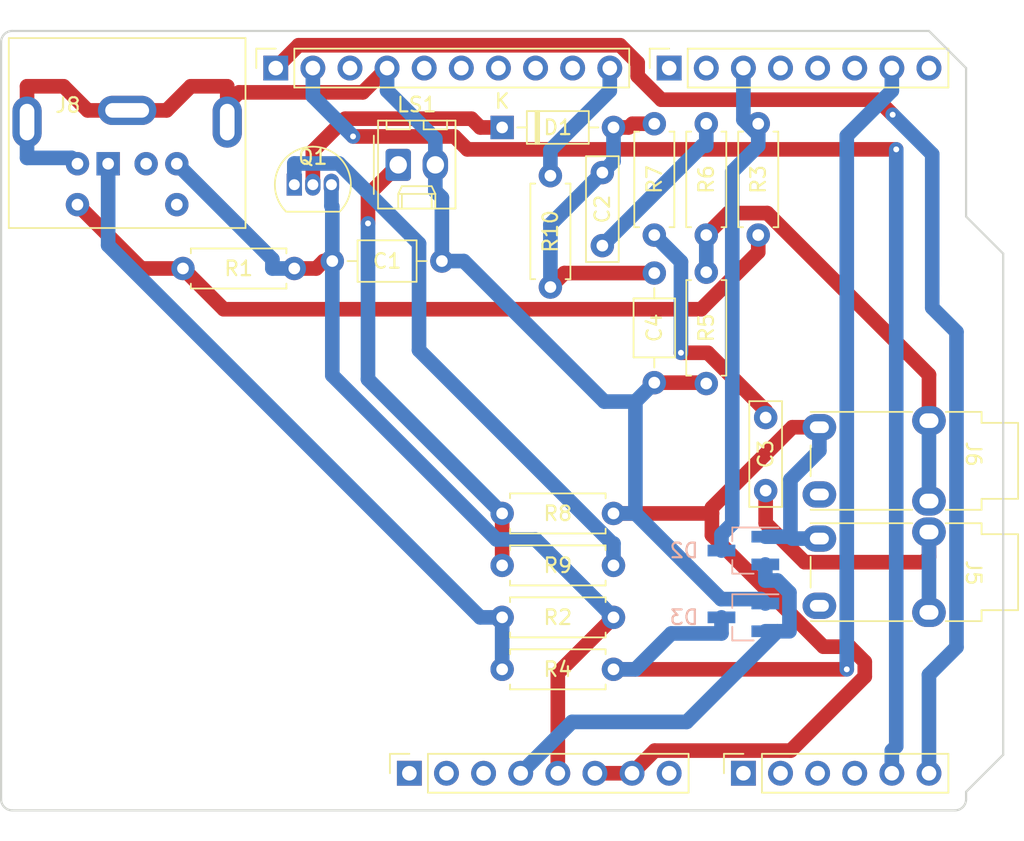
<source format=kicad_pcb>
(kicad_pcb (version 20211014) (generator pcbnew)
  (title_block (date "mar. 31 mars 2015"))
  (layers (0 "F.Cu" signal) (31 "B.Cu" signal) (34 "B.Paste" user) (35 "F.Paste" user) (36 "B.SilkS" user "B.Silkscreen") (37 "F.SilkS" user "F.Silkscreen") (38 "B.Mask" user) (39 "F.Mask" user) (44 "Edge.Cuts" user))
  (net 0 "")
  (net 1 "GND")
  (net 3 "+5V")
  (net 4 "/IOREF")
  (net 5 "/A0")
  (net 6 "/A1")
  (net 7 "/A2")
  (net 8 "/A3")
  (net 9 "/SDA{slash}A4")
  (net 10 "/SCL{slash}A5")
  (net 11 "/13")
  (net 12 "/12")
  (net 13 "/AREF")
  (net 14 "Net-(C2-Pad1)")
  (net 15 "/7")
  (net 16 "/*11")
  (net 17 "/*10")
  (net 18 "/*9")
  (net 19 "/4")
  (net 20 "/2")
  (net 21 "/*6")
  (net 22 "/*5")
  (net 23 "/TX{slash}1")
  (net 24 "/*3")
  (net 25 "/RX{slash}0")
  (net 26 "+3V3")
  (net 27 "VCC")
  (net 28 "/~{RESET}")
  (net 29 "MIC{slash}TAPE")
  (net 30 "Net-(C2-Pad2)")
  (net 31 "Net-(C3-Pad2)")
  (net 32 "Net-(D1-Pad1)")
  (net 33 "Net-(J6-PadT)")
  (net 34 "Net-(J8-Pad1)")
  (net 36 "Net-(J8-Pad5)")
  (net 38 "Net-(LS1-Pad1)")
  (net 39 "Net-(C3-Pad1)")
  (net 40 "Net-(Q1-Pad1)")
  (footprint "Connector_PinSocket_2.54mm:PinSocket_1x08_P2.54mm_Vertical" (layer "F.Cu") (at 127.94 97.46 90)
    (fp_text reference "J1" hide)
    (fp_text value "Power")
    (fp_line (start -1.33 19.11) (end 1.33 19.11) (layer "F.SilkS") (width 0.12))
    (fp_line (start 1.33 1.27) (end 1.33 19.11) (layer "F.SilkS") (width 0.12))
    (fp_line (start -1.33 1.27) (end 1.33 1.27) (layer "F.SilkS") (width 0.12))
    (fp_line (start 0 -1.33) (end 1.33 -1.33) (layer "F.SilkS") (width 0.12))
    (fp_line (start 1.33 -1.33) (end 1.33 0) (layer "F.SilkS") (width 0.12))
    (fp_line (start -1.33 1.27) (end -1.33 19.11) (layer "F.SilkS") (width 0.12))
    (pad "1" thru_hole rect locked (at 0 0 90) (size 1.7 1.7) (drill 1) (layers *.Cu *.Mask))
    (pad "2" thru_hole oval locked (at 0 2.54 90) (size 1.7 1.7) (drill 1) (layers *.Cu *.Mask) (net 4 "/IOREF"))
    (pad "3" thru_hole oval locked (at 0 5.08 90) (size 1.7 1.7) (drill 1) (layers *.Cu *.Mask) (net 28 "/~{RESET}"))
    (pad "4" thru_hole oval locked (at 0 7.62 90) (size 1.7 1.7) (drill 1) (layers *.Cu *.Mask) (net 26 "+3V3"))
    (pad "5" thru_hole oval locked (at 0 10.16 90) (size 1.7 1.7) (drill 1) (layers *.Cu *.Mask) (net 3 "+5V"))
    (pad "6" thru_hole oval locked (at 0 12.7 90) (size 1.7 1.7) (drill 1) (layers *.Cu *.Mask) (net 1 "GND"))
    (pad "7" thru_hole oval locked (at 0 15.24 90) (size 1.7 1.7) (drill 1) (layers *.Cu *.Mask) (net 1 "GND"))
    (pad "8" thru_hole oval locked (at 0 17.78 90) (size 1.7 1.7) (drill 1) (layers *.Cu *.Mask) (net 27 "VCC"))
  )
  (footprint "Connector_PinSocket_2.54mm:PinSocket_1x06_P2.54mm_Vertical" (layer "F.Cu") (at 150.8 97.46 90)
    (fp_text reference "J3" hide)
    (fp_text value "Analog")
    (fp_line (start 1.33 1.27) (end 1.33 14.03) (layer "F.SilkS") (width 0.12))
    (fp_line (start 0 -1.33) (end 1.33 -1.33) (layer "F.SilkS") (width 0.12))
    (fp_line (start -1.33 1.27) (end 1.33 1.27) (layer "F.SilkS") (width 0.12))
    (fp_line (start -1.33 1.27) (end -1.33 14.03) (layer "F.SilkS") (width 0.12))
    (fp_line (start -1.33 14.03) (end 1.33 14.03) (layer "F.SilkS") (width 0.12))
    (fp_line (start 1.33 -1.33) (end 1.33 0) (layer "F.SilkS") (width 0.12))
    (pad "1" thru_hole rect locked (at 0 0 90) (size 1.7 1.7) (drill 1) (layers *.Cu *.Mask) (net 5 "/A0"))
    (pad "2" thru_hole oval locked (at 0 2.54 90) (size 1.7 1.7) (drill 1) (layers *.Cu *.Mask) (net 6 "/A1"))
    (pad "3" thru_hole oval locked (at 0 5.08 90) (size 1.7 1.7) (drill 1) (layers *.Cu *.Mask) (net 7 "/A2"))
    (pad "4" thru_hole oval locked (at 0 7.62 90) (size 1.7 1.7) (drill 1) (layers *.Cu *.Mask) (net 8 "/A3"))
    (pad "5" thru_hole oval locked (at 0 10.16 90) (size 1.7 1.7) (drill 1) (layers *.Cu *.Mask) (net 9 "/SDA{slash}A4"))
    (pad "6" thru_hole oval locked (at 0 12.7 90) (size 1.7 1.7) (drill 1) (layers *.Cu *.Mask) (net 10 "/SCL{slash}A5"))
  )
  (footprint "Connector_PinSocket_2.54mm:PinSocket_1x10_P2.54mm_Vertical" (layer "F.Cu") (at 118.796 49.2 90)
    (fp_text reference "J2" hide)
    (fp_text value "Digital/PWM")
    (fp_line (start -1.33 24.19) (end 1.33 24.19) (layer "F.SilkS") (width 0.12))
    (fp_line (start -1.33 1.27) (end -1.33 24.19) (layer "F.SilkS") (width 0.12))
    (fp_line (start 1.33 -1.33) (end 1.33 0) (layer "F.SilkS") (width 0.12))
    (fp_line (start 0 -1.33) (end 1.33 -1.33) (layer "F.SilkS") (width 0.12))
    (fp_line (start 1.33 1.27) (end 1.33 24.19) (layer "F.SilkS") (width 0.12))
    (fp_line (start -1.33 1.27) (end 1.33 1.27) (layer "F.SilkS") (width 0.12))
    (pad "1" thru_hole rect locked (at 0 0 90) (size 1.7 1.7) (drill 1) (layers *.Cu *.Mask) (net 10 "/SCL{slash}A5"))
    (pad "2" thru_hole oval locked (at 0 2.54 90) (size 1.7 1.7) (drill 1) (layers *.Cu *.Mask) (net 9 "/SDA{slash}A4"))
    (pad "3" thru_hole oval locked (at 0 5.08 90) (size 1.7 1.7) (drill 1) (layers *.Cu *.Mask) (net 13 "/AREF"))
    (pad "4" thru_hole oval locked (at 0 7.62 90) (size 1.7 1.7) (drill 1) (layers *.Cu *.Mask) (net 1 "GND"))
    (pad "5" thru_hole oval locked (at 0 10.16 90) (size 1.7 1.7) (drill 1) (layers *.Cu *.Mask) (net 11 "/13"))
    (pad "6" thru_hole oval locked (at 0 12.7 90) (size 1.7 1.7) (drill 1) (layers *.Cu *.Mask) (net 12 "/12"))
    (pad "7" thru_hole oval locked (at 0 15.24 90) (size 1.7 1.7) (drill 1) (layers *.Cu *.Mask) (net 16 "/*11"))
    (pad "8" thru_hole oval locked (at 0 17.78 90) (size 1.7 1.7) (drill 1) (layers *.Cu *.Mask) (net 17 "/*10"))
    (pad "9" thru_hole oval locked (at 0 20.32 90) (size 1.7 1.7) (drill 1) (layers *.Cu *.Mask) (net 18 "/*9"))
    (pad "10" thru_hole oval locked (at 0 22.86 90) (size 1.7 1.7) (drill 1) (layers *.Cu *.Mask) (net 29 "MIC{slash}TAPE"))
  )
  (footprint "Connector_PinSocket_2.54mm:PinSocket_1x08_P2.54mm_Vertical" (layer "F.Cu") (at 145.72 49.2 90)
    (fp_text reference "J4" hide)
    (fp_text value "Digital/PWM")
    (fp_line (start -1.33 19.11) (end 1.33 19.11) (layer "F.SilkS") (width 0.12))
    (fp_line (start -1.33 1.27) (end -1.33 19.11) (layer "F.SilkS") (width 0.12))
    (fp_line (start 0 -1.33) (end 1.33 -1.33) (layer "F.SilkS") (width 0.12))
    (fp_line (start -1.33 1.27) (end 1.33 1.27) (layer "F.SilkS") (width 0.12))
    (fp_line (start 1.33 -1.33) (end 1.33 0) (layer "F.SilkS") (width 0.12))
    (fp_line (start 1.33 1.27) (end 1.33 19.11) (layer "F.SilkS") (width 0.12))
    (pad "1" thru_hole rect locked (at 0 0 90) (size 1.7 1.7) (drill 1) (layers *.Cu *.Mask) (net 15 "/7"))
    (pad "2" thru_hole oval locked (at 0 2.54 90) (size 1.7 1.7) (drill 1) (layers *.Cu *.Mask) (net 21 "/*6"))
    (pad "3" thru_hole oval locked (at 0 5.08 90) (size 1.7 1.7) (drill 1) (layers *.Cu *.Mask) (net 22 "/*5"))
    (pad "4" thru_hole oval locked (at 0 7.62 90) (size 1.7 1.7) (drill 1) (layers *.Cu *.Mask) (net 19 "/4"))
    (pad "5" thru_hole oval locked (at 0 10.16 90) (size 1.7 1.7) (drill 1) (layers *.Cu *.Mask) (net 24 "/*3"))
    (pad "6" thru_hole oval locked (at 0 12.7 90) (size 1.7 1.7) (drill 1) (layers *.Cu *.Mask) (net 20 "/2"))
    (pad "7" thru_hole oval locked (at 0 15.24 90) (size 1.7 1.7) (drill 1) (layers *.Cu *.Mask) (net 23 "/TX{slash}1"))
    (pad "8" thru_hole oval locked (at 0 17.78 90) (size 1.7 1.7) (drill 1) (layers *.Cu *.Mask) (net 25 "/RX{slash}0"))
  )
  (footprint "Resistor_THT:R_Axial_DIN0207_L6.3mm_D2.5mm_P7.62mm_Horizontal" (layer "F.Cu") (at 112.446 62.916)
    (fp_text reference "R1" (at 3.81 0) (layer "F.SilkS"))
    (fp_text value "2K")
    (fp_line (start 0.54 1.04) (end 0.54 1.37) (layer "F.SilkS") (width 0.12))
    (fp_line (start 0.54 1.37) (end 7.08 1.37) (layer "F.SilkS") (width 0.12))
    (fp_line (start 0.54 -1.37) (end 7.08 -1.37) (layer "F.SilkS") (width 0.12))
    (fp_line (start 7.08 1.37) (end 7.08 1.04) (layer "F.SilkS") (width 0.12))
    (fp_line (start 7.08 -1.37) (end 7.08 -1.04) (layer "F.SilkS") (width 0.12))
    (fp_line (start 0.54 -1.04) (end 0.54 -1.37) (layer "F.SilkS") (width 0.12))
    (pad "1" thru_hole circle (at 0 0) (size 1.6 1.6) (drill 0.8) (layers *.Cu *.Mask) (net 36 "Net-(J8-Pad5)"))
    (pad "2" thru_hole oval (at 7.62 0) (size 1.6 1.6) (drill 0.8) (layers *.Cu *.Mask) (net 3 "+5V"))
  )
  (footprint "Connector_Molex:Molex_KK-254_AE-6410-02A_1x02_P2.54mm_Vertical" (layer "F.Cu") (at 127.178 55.824)
    (fp_text reference "LS1" (at 1.27 -4.12) (layer "F.SilkS"))
    (fp_text value "Speaker")
    (fp_line (start 0.8 -2.43) (end 0.8 -3.03) (layer "F.SilkS") (width 0.12))
    (fp_line (start 0.25 1.46) (end 2.29 1.46) (layer "F.SilkS") (width 0.12))
    (fp_line (start 2.54 1.99) (end 2.54 2.99) (layer "F.SilkS") (width 0.12))
    (fp_line (start 3.34 -2.43) (end 3.34 -3.03) (layer "F.SilkS") (width 0.12))
    (fp_line (start 3.92 -3.03) (end -1.38 -3.03) (layer "F.SilkS") (width 0.12))
    (fp_line (start 2.29 1.46) (end 2.54 1.99) (layer "F.SilkS") (width 0.12))
    (fp_line (start -1.38 -3.03) (end -1.38 2.99) (layer "F.SilkS") (width 0.12))
    (fp_line (start -0.8 -2.43) (end 0.8 -2.43) (layer "F.SilkS") (width 0.12))
    (fp_line (start -1.38 2.99) (end 3.92 2.99) (layer "F.SilkS") (width 0.12))
    (fp_line (start 0 1.99) (end 2.54 1.99) (layer "F.SilkS") (width 0.12))
    (fp_line (start 3.92 2.99) (end 3.92 -3.03) (layer "F.SilkS") (width 0.12))
    (fp_line (start 0 1.99) (end 0.25 1.46) (layer "F.SilkS") (width 0.12))
    (fp_line (start -0.8 -3.03) (end -0.8 -2.43) (layer "F.SilkS") (width 0.12))
    (fp_line (start 1.74 -3.03) (end 1.74 -2.43) (layer "F.SilkS") (width 0.12))
    (fp_line (start 0.25 2.99) (end 0.25 1.99) (layer "F.SilkS") (width 0.12))
    (fp_line (start -1.67 -2) (end -1.67 2) (layer "F.SilkS") (width 0.12))
    (fp_line (start 2.29 2.99) (end 2.29 1.99) (layer "F.SilkS") (width 0.12))
    (fp_line (start 1.74 -2.43) (end 3.34 -2.43) (layer "F.SilkS") (width 0.12))
    (fp_line (start 0 2.99) (end 0 1.99) (layer "F.SilkS") (width 0.12))
    (pad "1" thru_hole roundrect (at 0 0) (size 1.74 2.19) (drill 1.19) (layers *.Cu *.Mask) (roundrect_rratio 0.1436781609) (net 38 "Net-(LS1-Pad1)"))
    (pad "2" thru_hole oval (at 2.54 0) (size 1.74 2.19) (drill 1.19) (layers *.Cu *.Mask) (net 1 "GND"))
  )
  (footprint "Resistor_THT:R_Axial_DIN0207_L6.3mm_D2.5mm_P7.62mm_Horizontal" (layer "F.Cu") (at 134.29 90.348)
    (fp_text reference "R4" (at 3.81 0) (layer "F.SilkS"))
    (fp_text value "120R")
    (fp_line (start 7.08 1.37) (end 7.08 1.04) (layer "F.SilkS") (width 0.12))
    (fp_line (start 0.54 -1.04) (end 0.54 -1.37) (layer "F.SilkS") (width 0.12))
    (fp_line (start 7.08 -1.37) (end 7.08 -1.04) (layer "F.SilkS") (width 0.12))
    (fp_line (start 0.54 1.04) (end 0.54 1.37) (layer "F.SilkS") (width 0.12))
    (fp_line (start 0.54 -1.37) (end 7.08 -1.37) (layer "F.SilkS") (width 0.12))
    (fp_line (start 0.54 1.37) (end 7.08 1.37) (layer "F.SilkS") (width 0.12))
    (pad "1" thru_hole circle (at 0 0) (size 1.6 1.6) (drill 0.8) (layers *.Cu *.Mask) (net 34 "Net-(J8-Pad1)"))
    (pad "2" thru_hole oval (at 7.62 0) (size 1.6 1.6) (drill 0.8) (layers *.Cu *.Mask) (net 23 "/TX{slash}1"))
  )
  (footprint "Resistor_THT:R_Axial_DIN0207_L6.3mm_D2.5mm_P7.62mm_Horizontal" (layer "F.Cu") (at 148.26 60.63 90)
    (fp_text reference "R6" (at 3.81 0 90) (layer "F.SilkS"))
    (fp_text value "680R")
    (fp_line (start 7.08 1.37) (end 7.08 1.04) (layer "F.SilkS") (width 0.12))
    (fp_line (start 0.54 1.04) (end 0.54 1.37) (layer "F.SilkS") (width 0.12))
    (fp_line (start 0.54 -1.04) (end 0.54 -1.37) (layer "F.SilkS") (width 0.12))
    (fp_line (start 0.54 1.37) (end 7.08 1.37) (layer "F.SilkS") (width 0.12))
    (fp_line (start 7.08 -1.37) (end 7.08 -1.04) (layer "F.SilkS") (width 0.12))
    (fp_line (start 0.54 -1.37) (end 7.08 -1.37) (layer "F.SilkS") (width 0.12))
    (pad "1" thru_hole circle (at 0 0 90) (size 1.6 1.6) (drill 0.8) (layers *.Cu *.Mask) (net 33 "Net-(J6-PadT)"))
    (pad "2" thru_hole oval (at 7.62 0 90) (size 1.6 1.6) (drill 0.8) (layers *.Cu *.Mask) (net 14 "Net-(C2-Pad1)"))
  )
  (footprint "Capacitor_THT:C_Axial_L3.8mm_D2.6mm_P7.50mm_Horizontal" (layer "F.Cu") (at 122.666 62.408)
    (fp_text reference "C1" (at 3.75 0) (layer "F.SilkS"))
    (fp_text value "0.1u")
    (fp_line (start 1.73 1.42) (end 5.77 1.42) (layer "F.SilkS") (width 0.12))
    (fp_line (start 1.73 -1.42) (end 1.73 1.42) (layer "F.SilkS") (width 0.12))
    (fp_line (start 5.77 -1.42) (end 1.73 -1.42) (layer "F.SilkS") (width 0.12))
    (fp_line (start 5.77 1.42) (end 5.77 -1.42) (layer "F.SilkS") (width 0.12))
    (fp_line (start 1.04 0) (end 1.73 0) (layer "F.SilkS") (width 0.12))
    (fp_line (start 6.46 0) (end 5.77 0) (layer "F.SilkS") (width 0.12))
    (pad "1" thru_hole circle (at 0 0) (size 1.6 1.6) (drill 0.8) (layers *.Cu *.Mask) (net 3 "+5V"))
    (pad "2" thru_hole oval (at 7.5 0) (size 1.6 1.6) (drill 0.8) (layers *.Cu *.Mask) (net 1 "GND"))
  )
  (footprint "Resistor_THT:R_Axial_DIN0207_L6.3mm_D2.5mm_P7.62mm_Horizontal" (layer "F.Cu") (at 134.29 83.236)
    (fp_text reference "R9" (at 3.81 0) (layer "F.SilkS"))
    (fp_text value "0R")
    (fp_line (start 0.54 1.04) (end 0.54 1.37) (layer "F.SilkS") (width 0.12))
    (fp_line (start 0.54 -1.04) (end 0.54 -1.37) (layer "F.SilkS") (width 0.12))
    (fp_line (start 0.54 -1.37) (end 7.08 -1.37) (layer "F.SilkS") (width 0.12))
    (fp_line (start 7.08 -1.37) (end 7.08 -1.04) (layer "F.SilkS") (width 0.12))
    (fp_line (start 0.54 1.37) (end 7.08 1.37) (layer "F.SilkS") (width 0.12))
    (fp_line (start 7.08 1.37) (end 7.08 1.04) (layer "F.SilkS") (width 0.12))
    (pad "1" thru_hole circle (at 0 0) (size 1.6 1.6) (drill 0.8) (layers *.Cu *.Mask) (net 38 "Net-(LS1-Pad1)"))
    (pad "2" thru_hole oval (at 7.62 0) (size 1.6 1.6) (drill 0.8) (layers *.Cu *.Mask) (net 40 "Net-(Q1-Pad1)"))
  )
  (footprint "Custom_Footprints:Connector_Mini-DIN_Female_6Pin_2rows" (layer "F.Cu") (at 107.326 55.747 180)
    (fp_text reference "J8" (at 2.754 4.007) (layer "F.SilkS"))
    (fp_text value "Mini-DIN-6")
    (fp_line (start -9.4 -4.4) (end -9.4 8.6) (layer "F.SilkS") (width 0.12))
    (fp_line (start -9.4 8.6) (end 6.8 8.6) (layer "F.SilkS") (width 0.12))
    (fp_line (start -9.4 -4.4) (end 6.8 -4.4) (layer "F.SilkS") (width 0.12))
    (fp_line (start 6.8 -4.4) (end 6.8 8.6) (layer "F.SilkS") (width 0.12))
    (pad "1" thru_hole rect locked (at 0 0 180) (size 1.6 1.6) (drill 0.8) (layers *.Cu *.Mask) (net 34 "Net-(J8-Pad1)"))
    (pad "2" thru_hole circle locked (at -2.6 0 180) (size 1.6 1.6) (drill 0.8) (layers *.Cu *.Mask))
    (pad "3" thru_hole circle locked (at 2.1 0 180) (size 1.6 1.6) (drill 0.8) (layers *.Cu *.Mask) (net 1 "GND"))
    (pad "4" thru_hole circle locked (at -4.7 0 180) (size 1.6 1.6) (drill 0.8) (layers *.Cu *.Mask) (net 3 "+5V"))
    (pad "5" thru_hole circle locked (at 2.1 -2.8 180) (size 1.6 1.6) (drill 0.8) (layers *.Cu *.Mask) (net 36 "Net-(J8-Pad5)"))
    (pad "6" thru_hole circle locked (at -4.7 -2.8 180) (size 1.6 1.6) (drill 0.8) (layers *.Cu *.Mask))
    (pad "7" thru_hole oval locked (at 5.55 2.85 180) (size 2 3.5) (drill oval 1 2.5) (layers *.Cu *.Mask) (net 1 "GND"))
    (pad "7" thru_hole oval locked (at -8.15 2.85 180) (size 2 3.5) (drill oval 1 2.5) (layers *.Cu *.Mask) (net 1 "GND"))
    (pad "7" thru_hole oval locked (at -1.3 3.65 180) (size 4 2) (drill oval 3 1) (layers *.Cu *.Mask) (net 1 "GND"))
  )
  (footprint "Connector_Audio:Jack_3.5mm_Lumberg_1503_07_Horizontal" (layer "F.Cu") (at 163.5 73.33 -90)
    (fp_text reference "J6" (at 2.286 -3.048 -90 unlocked) (layer "F.SilkS"))
    (fp_text value "EAR")
    (fp_line (start 5.35 -3.6) (end 6.1 -3.6) (layer "F.SilkS") (width 0.12))
    (fp_line (start 0.15 -6.1) (end 5.35 -6.1) (layer "F.SilkS") (width 0.12))
    (fp_line (start 6.1 -3.6) (end 6.1 -1.15) (layer "F.SilkS") (width 0.12))
    (fp_line (start 0.15 -3.6) (end -0.6 -3.6) (layer "F.SilkS") (width 0.12))
    (fp_line (start -0.6 1.15) (end -0.6 8.1) (layer "F.SilkS") (width 0.12))
    (fp_line (start 0.15 -6.1) (end 0.15 -3.6) (layer "F.SilkS") (width 0.12))
    (fp_line (start 1.7 8.1) (end 3.8 8.1) (layer "F.SilkS") (width 0.12))
    (fp_line (start 5.35 -6.1) (end 5.35 -3.6) (layer "F.SilkS") (width 0.12))
    (fp_line (start -0.6 -3.6) (end -0.6 -1.15) (layer "F.SilkS") (width 0.12))
    (fp_line (start 6.1 1.15) (end 6.1 8.1) (layer "F.SilkS") (width 0.12))
    (pad "" np_thru_hole circle (at 0.25 3.5 270) (size 1.1 1.1) (drill 1.1) (layers F&B.Cu *.Mask))
    (pad "" np_thru_hole circle (at 5.25 3.5 270) (size 1.1 1.1) (drill 1.1) (layers F&B.Cu *.Mask))
    (pad "R" thru_hole oval (at 5.05 7.5 270) (size 1.8 2.3) (drill oval 0.8 1.3) (layers *.Cu *.Mask))
    (pad "S" thru_hole oval (at 0.45 7.5 270) (size 1.8 2.3) (drill oval 0.8 1.3) (layers *.Cu *.Mask) (net 1 "GND"))
    (pad "T" thru_hole oval (at 5.5 0 270) (size 2 2.3) (drill oval 1 1.3) (layers *.Cu *.Mask) (net 33 "Net-(J6-PadT)"))
    (pad "T" thru_hole oval (at 0 0 270) (size 2 2.3) (drill oval 1 1.3) (layers *.Cu *.Mask) (net 33 "Net-(J6-PadT)"))
  )
  (footprint "Resistor_THT:R_Axial_DIN0207_L6.3mm_D2.5mm_P7.62mm_Horizontal" (layer "F.Cu") (at 144.704 60.63 90)
    (fp_text reference "R7" (at 3.81 0 90) (layer "F.SilkS"))
    (fp_text value "10K")
    (fp_line (start 0.54 -1.37) (end 7.08 -1.37) (layer "F.SilkS") (width 0.12))
    (fp_line (start 7.08 1.37) (end 7.08 1.04) (layer "F.SilkS") (width 0.12))
    (fp_line (start 0.54 1.37) (end 7.08 1.37) (layer "F.SilkS") (width 0.12))
    (fp_line (start 7.08 -1.37) (end 7.08 -1.04) (layer "F.SilkS") (width 0.12))
    (fp_line (start 0.54 1.04) (end 0.54 1.37) (layer "F.SilkS") (width 0.12))
    (fp_line (start 0.54 -1.04) (end 0.54 -1.37) (layer "F.SilkS") (width 0.12))
    (pad "1" thru_hole circle (at 0 0 90) (size 1.6 1.6) (drill 0.8) (layers *.Cu *.Mask) (net 31 "Net-(C3-Pad2)"))
    (pad "2" thru_hole oval (at 7.62 0 90) (size 1.6 1.6) (drill 0.8) (layers *.Cu *.Mask) (net 30 "Net-(C2-Pad2)"))
  )
  (footprint "Capacitor_THT:C_Rect_L7.0mm_W2.0mm_P5.00mm" (layer "F.Cu") (at 141.148 61.352 90)
    (fp_text reference "C2" (at 2.5 0 90) (layer "F.SilkS"))
    (fp_text value "100nF")
    (fp_line (start -1.12 -1.12) (end 6.12 -1.12) (layer "F.SilkS") (width 0.12))
    (fp_line (start -1.12 1.12) (end 6.12 1.12) (layer "F.SilkS") (width 0.12))
    (fp_line (start 6.12 -1.12) (end 6.12 1.12) (layer "F.SilkS") (width 0.12))
    (fp_line (start -1.12 -1.12) (end -1.12 1.12) (layer "F.SilkS") (width 0.12))
    (pad "1" thru_hole circle (at 0 0 90) (size 1.6 1.6) (drill 0.8) (layers *.Cu *.Mask) (net 14 "Net-(C2-Pad1)"))
    (pad "2" thru_hole circle (at 5 0 90) (size 1.6 1.6) (drill 0.8) (layers *.Cu *.Mask) (net 30 "Net-(C2-Pad2)"))
  )
  (footprint "Diode_THT:D_DO-35_SOD27_P7.62mm_Horizontal" (layer "F.Cu") (at 134.29 53.264)
    (fp_text reference "D1" (at 3.81 0) (layer "F.SilkS"))
    (fp_text value "1N914")
    (fp_text user "K" (at 0 -1.8) (layer "F.SilkS"))
    (fp_line (start 1.04 0) (end 1.69 0) (layer "F.SilkS") (width 0.12))
    (fp_line (start 2.53 -1.12) (end 2.53 1.12) (layer "F.SilkS") (width 0.12))
    (fp_line (start 2.41 -1.12) (end 2.41 1.12) (layer "F.SilkS") (width 0.12))
    (fp_line (start 5.93 -1.12) (end 1.69 -1.12) (layer "F.SilkS") (width 0.12))
    (fp_line (start 1.69 1.12) (end 5.93 1.12) (layer "F.SilkS") (width 0.12))
    (fp_line (start 2.29 -1.12) (end 2.29 1.12) (layer "F.SilkS") (width 0.12))
    (fp_line (start 5.93 1.12) (end 5.93 -1.12) (layer "F.SilkS") (width 0.12))
    (fp_line (start 6.58 0) (end 5.93 0) (layer "F.SilkS") (width 0.12))
    (fp_line (start 1.69 -1.12) (end 1.69 1.12) (layer "F.SilkS") (width 0.12))
    (pad "1" thru_hole rect (at 0 0) (size 1.6 1.6) (drill 0.8) (layers *.Cu *.Mask) (net 32 "Net-(D1-Pad1)"))
    (pad "2" thru_hole oval (at 7.62 0) (size 1.6 1.6) (drill 0.8) (layers *.Cu *.Mask) (net 30 "Net-(C2-Pad2)"))
  )
  (footprint "Package_TO_SOT_THT:TO-92_Inline" (layer "F.Cu") (at 120.066 57.18)
    (fp_text reference "Q1" (at 1.27 -1.884) (layer "F.SilkS"))
    (fp_text value "2N3904")
    (fp_line (start -0.53 1.85) (end 3.07 1.85) (layer "F.SilkS") (width 0.12))
    (fp_arc (start 1.27 -2.6) (mid 3.672087 -0.994977) (end 3.108478 1.838478) (layer "F.SilkS") (width 0.12))
    (fp_arc (start -0.568478 1.838478) (mid -1.132087 -0.994977) (end 1.27 -2.6) (layer "F.SilkS") (width 0.12))
    (pad "1" thru_hole rect (at 0 0) (size 1.05 1.5) (drill 0.75) (layers *.Cu *.Mask) (net 40 "Net-(Q1-Pad1)"))
    (pad "2" thru_hole oval (at 1.27 0) (size 1.05 1.5) (drill 0.75) (layers *.Cu *.Mask) (net 32 "Net-(D1-Pad1)"))
    (pad "3" thru_hole oval (at 2.54 0) (size 1.05 1.5) (drill 0.75) (layers *.Cu *.Mask) (net 3 "+5V"))
  )
  (footprint "Resistor_THT:R_Axial_DIN0207_L6.3mm_D2.5mm_P7.62mm_Horizontal" (layer "F.Cu") (at 141.91 86.792 180)
    (fp_text reference "R2" (at 3.81 0) (layer "F.SilkS"))
    (fp_text value "2K")
    (fp_line (start 0.54 1.37) (end 7.08 1.37) (layer "F.SilkS") (width 0.12))
    (fp_line (start 0.54 -1.37) (end 7.08 -1.37) (layer "F.SilkS") (width 0.12))
    (fp_line (start 7.08 1.37) (end 7.08 1.04) (layer "F.SilkS") (width 0.12))
    (fp_line (start 0.54 1.04) (end 0.54 1.37) (layer "F.SilkS") (width 0.12))
    (fp_line (start 0.54 -1.04) (end 0.54 -1.37) (layer "F.SilkS") (width 0.12))
    (fp_line (start 7.08 -1.37) (end 7.08 -1.04) (layer "F.SilkS") (width 0.12))
    (pad "1" thru_hole circle (at 0 0 180) (size 1.6 1.6) (drill 0.8) (layers *.Cu *.Mask) (net 3 "+5V"))
    (pad "2" thru_hole oval (at 7.62 0 180) (size 1.6 1.6) (drill 0.8) (layers *.Cu *.Mask) (net 34 "Net-(J8-Pad1)"))
  )
  (footprint "Resistor_THT:R_Axial_DIN0207_L6.3mm_D2.5mm_P7.62mm_Horizontal" (layer "F.Cu") (at 148.26 70.79 90)
    (fp_text reference "R5" (at 3.81 0 90) (layer "F.SilkS"))
    (fp_text value "1K")
    (fp_line (start 0.54 -1.04) (end 0.54 -1.37) (layer "F.SilkS") (width 0.12))
    (fp_line (start 7.08 -1.37) (end 7.08 -1.04) (layer "F.SilkS") (width 0.12))
    (fp_line (start 0.54 1.37) (end 7.08 1.37) (layer "F.SilkS") (width 0.12))
    (fp_line (start 0.54 -1.37) (end 7.08 -1.37) (layer "F.SilkS") (width 0.12))
    (fp_line (start 0.54 1.04) (end 0.54 1.37) (layer "F.SilkS") (width 0.12))
    (fp_line (start 7.08 1.37) (end 7.08 1.04) (layer "F.SilkS") (width 0.12))
    (pad "1" thru_hole circle (at 0 0 90) (size 1.6 1.6) (drill 0.8) (layers *.Cu *.Mask) (net 1 "GND"))
    (pad "2" thru_hole oval (at 7.62 0 90) (size 1.6 1.6) (drill 0.8) (layers *.Cu *.Mask) (net 33 "Net-(J6-PadT)"))
  )
  (footprint "Capacitor_THT:C_Rect_L7.0mm_W2.0mm_P5.00mm" (layer "F.Cu") (at 152.324 78.116 90)
    (fp_text reference "C3" (at 2.5 0 90) (layer "F.SilkS"))
    (fp_text value "100nF")
    (fp_line (start -1.12 -1.12) (end 6.12 -1.12) (layer "F.SilkS") (width 0.12))
    (fp_line (start 6.12 -1.12) (end 6.12 1.12) (layer "F.SilkS") (width 0.12))
    (fp_line (start -1.12 -1.12) (end -1.12 1.12) (layer "F.SilkS") (width 0.12))
    (fp_line (start -1.12 1.12) (end 6.12 1.12) (layer "F.SilkS") (width 0.12))
    (pad "1" thru_hole circle (at 0 0 90) (size 1.6 1.6) (drill 0.8) (layers *.Cu *.Mask) (net 39 "Net-(C3-Pad1)"))
    (pad "2" thru_hole circle (at 5 0 90) (size 1.6 1.6) (drill 0.8) (layers *.Cu *.Mask) (net 31 "Net-(C3-Pad2)"))
  )
  (footprint "Capacitor_THT:C_Axial_L3.8mm_D2.6mm_P7.50mm_Horizontal" (layer "F.Cu") (at 144.704 70.73 90)
    (fp_text reference "C4" (at 3.75 0 90) (layer "F.SilkS"))
    (fp_text value "10nF")
    (fp_line (start 5.77 1.42) (end 5.77 -1.42) (layer "F.SilkS") (width 0.12))
    (fp_line (start 1.73 -1.42) (end 1.73 1.42) (layer "F.SilkS") (width 0.12))
    (fp_line (start 6.46 0) (end 5.77 0) (layer "F.SilkS") (width 0.12))
    (fp_line (start 5.77 -1.42) (end 1.73 -1.42) (layer "F.SilkS") (width 0.12))
    (fp_line (start 1.04 0) (end 1.73 0) (layer "F.SilkS") (width 0.12))
    (fp_line (start 1.73 1.42) (end 5.77 1.42) (layer "F.SilkS") (width 0.12))
    (pad "1" thru_hole circle (at 0 0 90) (size 1.6 1.6) (drill 0.8) (layers *.Cu *.Mask) (net 1 "GND"))
    (pad "2" thru_hole oval (at 7.5 0 90) (size 1.6 1.6) (drill 0.8) (layers *.Cu *.Mask) (net 30 "Net-(C2-Pad2)"))
  )
  (footprint "Connector_Audio:Jack_3.5mm_Lumberg_1503_07_Horizontal" (layer "F.Cu") (at 163.5 80.95 -90)
    (fp_text reference "J5" (at 2.794 -3.048 -90 unlocked) (layer "F.SilkS"))
    (fp_text value "MIC")
    (fp_line (start -0.6 1.15) (end -0.6 8.1) (layer "F.SilkS") (width 0.12))
    (fp_line (start -0.6 -3.6) (end -0.6 -1.15) (layer "F.SilkS") (width 0.12))
    (fp_line (start 5.35 -6.1) (end 5.35 -3.6) (layer "F.SilkS") (width 0.12))
    (fp_line (start 6.1 1.15) (end 6.1 8.1) (layer "F.SilkS") (width 0.12))
    (fp_line (start 0.15 -3.6) (end -0.6 -3.6) (layer "F.SilkS") (width 0.12))
    (fp_line (start 1.7 8.1) (end 3.8 8.1) (layer "F.SilkS") (width 0.12))
    (fp_line (start 6.1 -3.6) (end 6.1 -1.15) (layer "F.SilkS") (width 0.12))
    (fp_line (start 0.15 -6.1) (end 0.15 -3.6) (layer "F.SilkS") (width 0.12))
    (fp_line (start 5.35 -3.6) (end 6.1 -3.6) (layer "F.SilkS") (width 0.12))
    (fp_line (start 0.15 -6.1) (end 5.35 -6.1) (layer "F.SilkS") (width 0.12))
    (pad "" np_thru_hole circle (at 5.25 3.5 270) (size 1.1 1.1) (drill 1.1) (layers F&B.Cu *.Mask))
    (pad "" np_thru_hole circle (at 0.25 3.5 270) (size 1.1 1.1) (drill 1.1) (layers F&B.Cu *.Mask))
    (pad "R" thru_hole oval (at 5.05 7.5 270) (size 1.8 2.3) (drill oval 0.8 1.3) (layers *.Cu *.Mask))
    (pad "S" thru_hole oval (at 0.45 7.5 270) (size 1.8 2.3) (drill oval 0.8 1.3) (layers *.Cu *.Mask) (net 1 "GND"))
    (pad "T" thru_hole oval (at 0 0 270) (size 2 2.3) (drill oval 1 1.3) (layers *.Cu *.Mask) (net 39 "Net-(C3-Pad1)"))
    (pad "T" thru_hole oval (at 5.5 0 270) (size 2 2.3) (drill oval 1 1.3) (layers *.Cu *.Mask) (net 39 "Net-(C3-Pad1)"))
  )
  (footprint "Arduino_MountingHole:MountingHole_3.2mm" (layer "F.Cu") (at 113.97 97.46)
    (fp_text reference "MH2" hide)
    (fp_text value "MountingHole_3.2mm" hide)
    (pad "" np_thru_hole circle locked (at 0 0) (size 3.2 3.2) (drill 3.2) (layers *.Cu *.Mask))
  )
  (footprint "Resistor_THT:R_Axial_DIN0207_L6.3mm_D2.5mm_P7.62mm_Horizontal" (layer "F.Cu") (at 137.592 64.186 90)
    (fp_text reference "R10" (at 3.81 0 90) (layer "F.SilkS"))
    (fp_text value "0R")
    (fp_line (start 7.08 -1.37) (end 7.08 -1.04) (layer "F.SilkS") (width 0.12))
    (fp_line (start 0.54 -1.04) (end 0.54 -1.37) (layer "F.SilkS") (width 0.12))
    (fp_line (start 0.54 1.04) (end 0.54 1.37) (layer "F.SilkS") (width 0.12))
    (fp_line (start 7.08 1.37) (end 7.08 1.04) (layer "F.SilkS") (width 0.12))
    (fp_line (start 0.54 -1.37) (end 7.08 -1.37) (layer "F.SilkS") (width 0.12))
    (fp_line (start 0.54 1.37) (end 7.08 1.37) (layer "F.SilkS") (width 0.12))
    (pad "1" thru_hole circle (at 0 0 90) (size 1.6 1.6) (drill 0.8) (layers *.Cu *.Mask) (net 30 "Net-(C2-Pad2)"))
    (pad "2" thru_hole oval (at 7.62 0 90) (size 1.6 1.6) (drill 0.8) (layers *.Cu *.Mask) (net 29 "MIC{slash}TAPE"))
  )
  (footprint "Resistor_THT:R_Axial_DIN0207_L6.3mm_D2.5mm_P7.62mm_Horizontal" (layer "F.Cu") (at 151.816 60.63 90)
    (fp_text reference "R3" (at 3.81 0 90) (layer "F.SilkS"))
    (fp_text value "120R")
    (fp_line (start 0.54 1.37) (end 7.08 1.37) (layer "F.SilkS") (width 0.12))
    (fp_line (start 0.54 -1.04) (end 0.54 -1.37) (layer "F.SilkS") (width 0.12))
    (fp_line (start 0.54 -1.37) (end 7.08 -1.37) (layer "F.SilkS") (width 0.12))
    (fp_line (start 0.54 1.04) (end 0.54 1.37) (layer "F.SilkS") (width 0.12))
    (fp_line (start 7.08 -1.37) (end 7.08 -1.04) (layer "F.SilkS") (width 0.12))
    (fp_line (start 7.08 1.37) (end 7.08 1.04) (layer "F.SilkS") (width 0.12))
    (pad "1" thru_hole circle (at 0 0 90) (size 1.6 1.6) (drill 0.8) (layers *.Cu *.Mask) (net 36 "Net-(J8-Pad5)"))
    (pad "2" thru_hole oval (at 7.62 0 90) (size 1.6 1.6) (drill 0.8) (layers *.Cu *.Mask) (net 22 "/*5"))
  )
  (footprint "Arduino_MountingHole:MountingHole_3.2mm" (layer "F.Cu") (at 166.04 64.44)
    (fp_text reference "MH3" hide)
    (fp_text value "MountingHole_3.2mm" hide)
    (pad "" np_thru_hole circle locked (at 0 0) (size 3.2 3.2) (drill 3.2) (layers *.Cu *.Mask))
  )
  (footprint "Resistor_THT:R_Axial_DIN0207_L6.3mm_D2.5mm_P7.62mm_Horizontal" (layer "F.Cu") (at 134.29 79.68)
    (fp_text reference "R8" (at 3.81 0) (layer "F.SilkS"))
    (fp_text value "0R")
    (fp_line (start 0.54 -1.37) (end 7.08 -1.37) (layer "F.SilkS") (width 0.12))
    (fp_line (start 7.08 1.37) (end 7.08 1.04) (layer "F.SilkS") (width 0.12))
    (fp_line (start 0.54 -1.04) (end 0.54 -1.37) (layer "F.SilkS") (width 0.12))
    (fp_line (start 7.08 -1.37) (end 7.08 -1.04) (layer "F.SilkS") (width 0.12))
    (fp_line (start 0.54 1.37) (end 7.08 1.37) (layer "F.SilkS") (width 0.12))
    (fp_line (start 0.54 1.04) (end 0.54 1.37) (layer "F.SilkS") (width 0.12))
    (pad "1" thru_hole circle (at 0 0) (size 1.6 1.6) (drill 0.8) (layers *.Cu *.Mask) (net 38 "Net-(LS1-Pad1)"))
    (pad "2" thru_hole oval (at 7.62 0) (size 1.6 1.6) (drill 0.8) (layers *.Cu *.Mask) (net 1 "GND"))
  )
  (footprint "Arduino_MountingHole:MountingHole_3.2mm" (layer "F.Cu") (at 166.04 92.38)
    (fp_text reference "MH4" hide)
    (fp_text value "MountingHole_3.2mm" hide)
    (pad "" np_thru_hole circle locked (at 0 0) (size 3.2 3.2) (drill 3.2) (layers *.Cu *.Mask))
  )
  (footprint "Package_TO_SOT_SMD:SOT-23_Handsoldering" (layer "B.Cu") (at 150.8 86.792 180)
    (fp_text reference "D3" (at 4.064 0) (layer "B.SilkS") (effects (justify mirror)))
    (fp_text value "BAT54S")
    (fp_line (start 0.76 1.58) (end 0.76 0.65) (layer "B.SilkS") (width 0.12))
    (fp_line (start 0.76 1.58) (end -2.4 1.58) (layer "B.SilkS") (width 0.12))
    (fp_line (start 0.76 -1.58) (end -0.7 -1.58) (layer "B.SilkS") (width 0.12))
    (fp_line (start 0.76 -1.58) (end 0.76 -0.65) (layer "B.SilkS") (width 0.12))
    (pad "1" smd rect (at -1.5 0.95 180) (size 1.9 0.8) (layers "B.Cu" "B.Paste" "B.Mask") (net 1 "GND"))
    (pad "2" smd rect (at -1.5 -0.95 180) (size 1.9 0.8) (layers "B.Cu" "B.Paste" "B.Mask") (net 26 "+3V3"))
    (pad "3" smd rect (at 1.5 0 180) (size 1.9 0.8) (layers "B.Cu" "B.Paste" "B.Mask") (net 23 "/TX{slash}1"))
  )
  (footprint "Package_TO_SOT_SMD:SOT-23_Handsoldering" (layer "B.Cu") (at 150.8 82.22 180)
    (fp_text reference "D2" (at 4.064 0) (layer "B.SilkS") (effects (justify mirror)))
    (fp_text value "BAT54S")
    (fp_line (start 0.76 1.58) (end -2.4 1.58) (layer "B.SilkS") (width 0.12))
    (fp_line (start 0.76 -1.58) (end -0.7 -1.58) (layer "B.SilkS") (width 0.12))
    (fp_line (start 0.76 1.58) (end 0.76 0.65) (layer "B.SilkS") (width 0.12))
    (fp_line (start 0.76 -1.58) (end 0.76 -0.65) (layer "B.SilkS") (width 0.12))
    (pad "1" smd rect (at -1.5 0.95 180) (size 1.9 0.8) (layers "B.Cu" "B.Paste" "B.Mask") (net 1 "GND"))
    (pad "2" smd rect (at -1.5 -0.95 180) (size 1.9 0.8) (layers "B.Cu" "B.Paste" "B.Mask") (net 26 "+3V3"))
    (pad "3" smd rect (at 1.5 0 180) (size 1.9 0.8) (layers "B.Cu" "B.Paste" "B.Mask") (net 22 "/*5"))
  )
  (gr_line (start 166.04 59.36) (end 168.58 61.9) (layer "Edge.Cuts") (width 0.15))
  (gr_line (start 100 99.238) (end 100 47.422) (layer "Edge.Cuts") (width 0.15))
  (gr_line (start 168.58 61.9) (end 168.58 96.19) (layer "Edge.Cuts") (width 0.15))
  (gr_line (start 165.278 100) (end 100.762 100) (layer "Edge.Cuts") (width 0.15))
  (gr_line (start 100.762 46.66) (end 163.5 46.66) (layer "Edge.Cuts") (width 0.15))
  (gr_arc (start 100.762 100) (mid 100.223185 99.776815) (end 100 99.238) (layer "Edge.Cuts") (width 0.15))
  (gr_line (start 168.58 96.19) (end 166.04 98.73) (layer "Edge.Cuts") (width 0.15))
  (gr_line (start 163.5 46.66) (end 166.04 49.2) (layer "Edge.Cuts") (width 0.15))
  (gr_arc (start 166.04 99.238) (mid 165.816815 99.776815) (end 165.278 100) (layer "Edge.Cuts") (width 0.15))
  (gr_line (start 166.04 49.2) (end 166.04 59.36) (layer "Edge.Cuts") (width 0.15))
  (gr_line (start 166.04 98.73) (end 166.04 99.238) (layer "Edge.Cuts") (width 0.15))
  (gr_arc (start 100 47.422) (mid 100.223185 46.883185) (end 100.762 46.66) (layer "Edge.Cuts") (width 0.15))
  (segment (start 112.9766 50.4467) (end 111.3263 52.097) (width 1) (layer "F.Cu") (net 1))
  (segment (start 143.18 97.46) (end 140.64 97.46) (width 1) (layer "F.Cu") (net 1))
  (segment (start 148.6457 79.68) (end 141.91 79.68) (width 1) (layer "F.Cu") (net 1))
  (segment (start 159.1073 89.8336) (end 158.0722 88.7985) (width 1) (layer "F.Cu") (net 1))
  (segment (start 104.2754 50.4467) (end 101.776 50.4467) (width 1) (layer "F.Cu") (net 1))
  (segment (start 148.2 70.73) (end 148.26 70.79) (width 1) (layer "F.Cu") (net 1))
  (segment (start 143.18 97.46) (end 144.7304 95.9096) (width 1) (layer "F.Cu") (net 1))
  (segment (start 144.7304 95.9096) (end 154.0415 95.9096) (width 1) (layer "F.Cu") (net 1))
  (segment (start 154.0415 95.9096) (end 159.1073 90.8438) (width 1) (layer "F.Cu") (net 1))
  (segment (start 158.0722 88.7985) (end 156.2788 88.7985) (width 1) (layer "F.Cu") (net 1))
  (segment (start 108.626 52.097) (end 105.9257 52.097) (width 1) (layer "F.Cu") (net 1))
  (segment (start 148.6457 79.68) (end 148.6457 79.284) (width 1) (layer "F.Cu") (net 1))
  (segment (start 124.7526 50.8634) (end 116.2844 50.8634) (width 1) (layer "F.Cu") (net 1))
  (segment (start 156 73.78) (end 154.1497 73.78) (width 1) (layer "F.Cu") (net 1))
  (segment (start 115.476 50.4467) (end 112.9766 50.4467) (width 1) (layer "F.Cu") (net 1))
  (segment (start 156.2788 88.7985) (end 148.6457 81.1654) (width 1) (layer "F.Cu") (net 1))
  (segment (start 148.6457 81.1654) (end 148.6457 79.68) (width 1) (layer "F.Cu") (net 1))
  (segment (start 101.776 52.897) (end 101.776 50.4467) (width 1) (layer "F.Cu") (net 1))
  (segment (start 115.476 52.897) (end 115.476 51.6718) (width 1) (layer "F.Cu") (net 1))
  (segment (start 105.9257 52.097) (end 104.2754 50.4467) (width 1) (layer "F.Cu") (net 1))
  (segment (start 115.476 51.6718) (end 115.476 50.4467) (width 1) (layer "F.Cu") (net 1))
  (segment (start 159.1073 90.8438) (end 159.1073 89.8336) (width 1) (layer "F.Cu") (net 1))
  (segment (start 116.2844 50.8634) (end 115.476 51.6718) (width 1) (layer "F.Cu") (net 1))
  (segment (start 144.704 70.73) (end 148.2 70.73) (width 1) (layer "F.Cu") (net 1))
  (segment (start 148.6457 79.284) (end 154.1497 73.78) (width 1) (layer "F.Cu") (net 1))
  (segment (start 108.626 52.097) (end 111.3263 52.097) (width 1) (layer "F.Cu") (net 1))
  (segment (start 126.416 49.2) (end 124.7526 50.8634) (width 1) (layer "F.Cu") (net 1))
  (segment (start 154.0197 81.27) (end 154.0197 77.3606) (width 1) (layer "B.Cu") (net 1))
  (segment (start 141.282 72.0237) (end 143.4103 72.0237) (width 1) (layer "B.Cu") (net 1))
  (segment (start 129.718 55.824) (end 129.718 54.0287) (width 1) (layer "B.Cu") (net 1))
  (segment (start 144.704 70.73) (end 143.4103 72.0237) (width 1) (layer "B.Cu") (net 1))
  (segment (start 141.91 79.68) (end 143.4103 79.68) (width 1) (layer "B.Cu") (net 1))
  (segment (start 130.166 62.408) (end 131.6663 62.408) (width 1) (layer "B.Cu") (net 1))
  (segment (start 154.0197 77.3606) (end 156 75.3803) (width 1) (layer "B.Cu") (net 1))
  (segment (start 129.718 56.1132) (end 129.718 57.6193) (width 1) (layer "B.Cu") (net 1))
  (segment (start 104.8263 55.3473) (end 105.226 55.747) (width 1) (layer "B.Cu") (net 1))
  (segment (start 101.776 52.897) (end 101.776 55.3473) (width 1) (layer "B.Cu") (net 1))
  (segment (start 143.4103 72.0237) (end 143.4103 79.68) (width 1) (layer "B.Cu") (net 1))
  (segment (start 149.2728 85.5425) (end 143.4103 79.68) (width 1) (layer "B.Cu") (net 1))
  (segment (start 156 73.78) (end 156 75.3803) (width 1) (layer "B.Cu") (net 1))
  (segment (start 126.416 49.2) (end 126.416 50.7503) (width 1) (layer "B.Cu") (net 1))
  (segment (start 129.718 54.0287) (end 129.6944 54.0287) (width 1) (layer "B.Cu") (net 1))
  (segment (start 152.3 85.842) (end 152.0005 85.5425) (width 1) (layer "B.Cu") (net 1))
  (segment (start 152.3 81.27) (end 154.0197 81.27) (width 1) (layer "B.Cu") (net 1))
  (segment (start 130.166 62.408) (end 130.166 58.0673) (width 1) (layer "B.Cu") (net 1))
  (segment (start 129.718 56.1132) (end 129.718 55.824) (width 1) (layer "B.Cu") (net 1))
  (segment (start 101.776 55.3473) (end 104.8263 55.3473) (width 1) (layer "B.Cu") (net 1))
  (segment (start 129.6944 54.0287) (end 126.416 50.7503) (width 1) (layer "B.Cu") (net 1))
  (segment (start 152.0005 85.5425) (end 149.2728 85.5425) (width 1) (layer "B.Cu") (net 1))
  (segment (start 130.166 58.0673) (end 129.718 57.6193) (width 1) (layer "B.Cu") (net 1))
  (segment (start 156 81.4) (end 154.1497 81.4) (width 1) (layer "B.Cu") (net 1))
  (segment (start 131.6663 62.408) (end 141.282 72.0237) (width 1) (layer "B.Cu") (net 1))
  (segment (start 154.0197 81.27) (end 154.1497 81.4) (width 1) (layer "B.Cu") (net 1))
  (segment (start 141.91 86.792) (end 138.1 90.602) (width 1) (layer "F.Cu") (net 3))
  (segment (start 122.666 62.408) (end 122.0743 62.408) (width 1) (layer "F.Cu") (net 3))
  (segment (start 120.066 62.916) (end 121.5663 62.916) (width 1) (layer "F.Cu") (net 3))
  (segment (start 138.1 90.602) (end 138.1 97.46) (width 1) (layer "F.Cu") (net 3))
  (segment (start 122.0743 62.408) (end 121.5663 62.916) (width 1) (layer "F.Cu") (net 3))
  (segment (start 122.666 58.6903) (end 122.666 62.408) (width 1) (layer "B.Cu") (net 3))
  (segment (start 122.666 70.2265) (end 133.8975 81.458) (width 1) (layer "B.Cu") (net 3))
  (segment (start 133.8975 81.458) (end 136.576 81.458) (width 1) (layer "B.Cu") (net 3))
  (segment (start 122.606 58.6303) (end 122.666 58.6903) (width 1) (layer "B.Cu") (net 3))
  (segment (start 112.026 55.747) (end 118.5657 62.2867) (width 1) (layer "B.Cu") (net 3))
  (segment (start 122.666 62.408) (end 122.666 70.2265) (width 1) (layer "B.Cu") (net 3))
  (segment (start 122.606 57.18) (end 122.606 58.6303) (width 1) (layer "B.Cu") (net 3))
  (segment (start 136.576 81.458) (end 141.91 86.792) (width 1) (layer "B.Cu") (net 3))
  (segment (start 120.066 62.916) (end 118.5657 62.916) (width 1) (layer "B.Cu") (net 3))
  (segment (start 118.5657 62.2867) (end 118.5657 62.916) (width 1) (layer "B.Cu") (net 3))
  (segment (start 131.9098 54.7644) (end 161.2596 54.7644) (width 1) (layer "F.Cu") (net 9))
  (segment (start 124.086 53.8795) (end 131.0249 53.8795) (width 1) (layer "F.Cu") (net 9))
  (segment (start 131.0249 53.8795) (end 131.9098 54.7644) (width 1) (layer "F.Cu") (net 9))
  (via (at 161.2596 54.7644) (size 0.6) (drill 0.4) (layers "F.Cu" "B.Cu") (net 9))
  (via (at 124.086 53.8795) (size 0.6) (drill 0.4) (layers "F.Cu" "B.Cu") (net 9))
  (segment (start 160.96 97.46) (end 160.96 95.9097) (width 1) (layer "B.Cu") (net 9))
  (segment (start 121.336 51.1295) (end 124.086 53.8795) (width 1) (layer "B.Cu") (net 9))
  (segment (start 160.96 95.9097) (end 161.2596 95.6101) (width 1) (layer "B.Cu") (net 9))
  (segment (start 161.2596 95.6101) (end 161.2596 54.7644) (width 1) (layer "B.Cu") (net 9))
  (segment (start 121.336 49.2) (end 121.336 51.1295) (width 1) (layer "B.Cu") (net 9))
  (segment (start 143.5649 49.7489) (end 145.1808 51.3648) (width 1) (layer "F.Cu") (net 10))
  (segment (start 120.3578 47.6382) (end 142.3602 47.6382) (width 1) (layer "F.Cu") (net 10))
  (segment (start 118.796 49.2) (end 120.3578 47.6382) (width 1) (layer "F.Cu") (net 10))
  (segment (start 145.1808 51.3648) (end 159.989 51.3648) (width 1) (layer "F.Cu") (net 10))
  (segment (start 159.989 51.3648) (end 161.016 52.3918) (width 1) (layer "F.Cu") (net 10))
  (segment (start 142.3602 47.6382) (end 143.5649 48.8429) (width 1) (layer "F.Cu") (net 10))
  (segment (start 143.5649 48.8429) (end 143.5649 49.7489) (width 1) (layer "F.Cu") (net 10))
  (via (at 161.016 52.3918) (size 0.6) (drill 0.4) (layers "F.Cu" "B.Cu") (net 10))
  (segment (start 165.3824 67.2585) (end 163.7234 65.5995) (width 1) (layer "B.Cu") (net 10))
  (segment (start 163.7234 55.0992) (end 161.016 52.3918) (width 1) (layer "B.Cu") (net 10))
  (segment (start 163.5 90.7165) (end 165.3824 88.8341) (width 1) (layer "B.Cu") (net 10))
  (segment (start 163.5 97.46) (end 163.5 90.7165) (width 1) (layer "B.Cu") (net 10))
  (segment (start 163.7234 65.5995) (end 163.7234 55.0992) (width 1) (layer "B.Cu") (net 10))
  (segment (start 165.3824 88.8341) (end 165.3824 67.2585) (width 1) (layer "B.Cu") (net 10))
  (segment (start 147.9897 54.5103) (end 148.26 54.5103) (width 1) (layer "B.Cu") (net 14))
  (segment (start 141.148 61.352) (end 147.9897 54.5103) (width 1) (layer "B.Cu") (net 14))
  (segment (start 148.26 53.01) (end 148.26 54.5103) (width 1) (layer "B.Cu") (net 14))
  (segment (start 150.8 52.7441) (end 150.8 49.2) (width 1) (layer "B.Cu") (net 22))
  (segment (start 150.038 80.3817) (end 150.038 56.2883) (width 1) (layer "B.Cu") (net 22))
  (segment (start 151.816 53.7601) (end 150.8 52.7441) (width 1) (layer "B.Cu") (net 22))
  (segment (start 149.3 82.22) (end 149.3 81.1197) (width 1) (layer "B.Cu") (net 22))
  (segment (start 149.3 81.1197) (end 150.038 80.3817) (width 1) (layer "B.Cu") (net 22))
  (segment (start 151.816 53.01) (end 151.816 53.7601) (width 1) (layer "B.Cu") (net 22))
  (segment (start 150.038 56.2883) (end 151.816 54.5103) (width 1) (layer "B.Cu") (net 22))
  (segment (start 151.816 53.7601) (end 151.816 54.5103) (width 1) (layer "B.Cu") (net 22))
  (segment (start 141.91 90.348) (end 157.8755 90.348) (width 1) (layer "F.Cu") (net 23))
  (via (at 157.8755 90.348) (size 0.6) (drill 0.4) (layers "F.Cu" "B.Cu") (net 23))
  (segment (start 145.866 87.8923) (end 143.4103 90.348) (width 1) (layer "B.Cu") (net 23))
  (segment (start 157.8755 53.8348) (end 157.8755 90.348) (width 1) (layer "B.Cu") (net 23))
  (segment (start 149.3 86.792) (end 149.3 87.8923) (width 1) (layer "B.Cu") (net 23))
  (segment (start 160.96 50.7503) (end 157.8755 53.8348) (width 1) (layer "B.Cu") (net 23))
  (segment (start 141.91 90.348) (end 143.4103 90.348) (width 1) (layer "B.Cu") (net 23))
  (segment (start 160.96 49.2) (end 160.96 50.7503) (width 1) (layer "B.Cu") (net 23))
  (segment (start 149.3 87.8923) (end 145.866 87.8923) (width 1) (layer "B.Cu") (net 23))
  (segment (start 152.3 83.17) (end 152.3 84.2703) (width 1) (layer "B.Cu") (net 26))
  (segment (start 139.0727 93.9473) (end 135.56 97.46) (width 1) (layer "B.Cu") (net 26))
  (segment (start 153.1252 87.742) (end 153.9503 87.742) (width 1) (layer "B.Cu") (net 26))
  (segment (start 146.9199 93.9473) (end 139.0727 93.9473) (width 1) (layer "B.Cu") (net 26))
  (segment (start 153.1252 84.2703) (end 153.9503 85.0954) (width 1) (layer "B.Cu") (net 26))
  (segment (start 153.1252 87.742) (end 146.9199 93.9473) (width 1) (layer "B.Cu") (net 26))
  (segment (start 152.3 84.2703) (end 153.1252 84.2703) (width 1) (layer "B.Cu") (net 26))
  (segment (start 153.9503 85.0954) (end 153.9503 87.742) (width 1) (layer "B.Cu") (net 26))
  (segment (start 152.3 87.742) (end 153.1252 87.742) (width 1) (layer "B.Cu") (net 26))
  (segment (start 141.656 50.7503) (end 137.592 54.8143) (width 1) (layer "B.Cu") (net 29))
  (segment (start 137.592 54.8143) (end 137.592 56.566) (width 1) (layer "B.Cu") (net 29))
  (segment (start 141.656 49.2) (end 141.656 50.7503) (width 1) (layer "B.Cu") (net 29))
  (segment (start 144.704 63.23) (end 138.548 63.23) (width 1) (layer "F.Cu") (net 30))
  (segment (start 144.704 53.01) (end 143.2037 53.01) (width 1) (layer "F.Cu") (net 30))
  (segment (start 141.91 53.264) (end 142.9497 53.264) (width 1) (layer "F.Cu") (net 30))
  (segment (start 142.9497 53.264) (end 143.2037 53.01) (width 1) (layer "F.Cu") (net 30))
  (segment (start 138.548 63.23) (end 137.592 64.186) (width 1) (layer "F.Cu") (net 30))
  (segment (start 141.91 53.264) (end 141.91 55.59) (width 1) (layer "B.Cu") (net 30))
  (segment (start 141.148 56.352) (end 137.592 59.908) (width 1) (layer "B.Cu") (net 30))
  (segment (start 141.91 55.59) (end 141.148 56.352) (width 1) (layer "B.Cu") (net 30))
  (segment (start 137.592 59.908) (end 137.592 64.186) (width 1) (layer "B.Cu") (net 30))
  (segment (start 152.324 72.6474) (end 148.3618 68.6852) (width 1) (layer "F.Cu") (net 31))
  (segment (start 148.3618 68.6852) (end 146.5262 68.6852) (width 1) (layer "F.Cu") (net 31))
  (segment (start 152.324 73.116) (end 152.324 72.6474) (width 1) (layer "F.Cu") (net 31))
  (via (at 146.5262 68.6852) (size 0.6) (drill 0.4) (layers "F.Cu" "B.Cu") (net 31))
  (segment (start 144.704 60.63) (end 146.5262 62.4522) (width 1) (layer "B.Cu") (net 31))
  (segment (start 146.5262 62.4522) (end 146.5262 68.6852) (width 1) (layer "B.Cu") (net 31))
  (segment (start 123.5533 52.6638) (end 121.336 54.8811) (width 1) (layer "F.Cu") (net 32))
  (segment (start 121.336 57.18) (end 121.336 55.7297) (width 1) (layer "F.Cu") (net 32))
  (segment (start 134.29 53.264) (end 132.7897 53.264) (width 1) (layer "F.Cu") (net 32))
  (segment (start 121.336 54.8811) (end 121.336 55.7297) (width 1) (layer "F.Cu") (net 32))
  (segment (start 132.7897 53.264) (end 132.1895 52.6638) (width 1) (layer "F.Cu") (net 32))
  (segment (start 132.1895 52.6638) (end 123.5533 52.6638) (width 1) (layer "F.Cu") (net 32))
  (segment (start 152.4331 59.1244) (end 163.5 70.1913) (width 1) (layer "F.Cu") (net 33))
  (segment (start 148.26 60.63) (end 149.7656 59.1244) (width 1) (layer "F.Cu") (net 33))
  (segment (start 149.7656 59.1244) (end 152.4331 59.1244) (width 1) (layer "F.Cu") (net 33))
  (segment (start 163.5 70.1913) (end 163.5 73.33) (width 1) (layer "F.Cu") (net 33))
  (segment (start 148.26 63.17) (end 148.26 60.63) (width 1) (layer "B.Cu") (net 33))
  (segment (start 163.5 73.33) (end 163.5 78.83) (width 1) (layer "B.Cu") (net 33))
  (segment (start 107.326 55.747) (end 107.326 61.3283) (width 1) (layer "B.Cu") (net 34))
  (segment (start 134.29 86.792) (end 132.7897 86.792) (width 1) (layer "B.Cu") (net 34))
  (segment (start 134.29 86.792) (end 134.29 90.348) (width 1) (layer "B.Cu") (net 34))
  (segment (start 107.326 61.3283) (end 132.7897 86.792) (width 1) (layer "B.Cu") (net 34))
  (segment (start 109.595 62.916) (end 112.446 62.916) (width 1) (layer "F.Cu") (net 36))
  (segment (start 105.226 58.547) (end 109.595 62.916) (width 1) (layer "F.Cu") (net 36))
  (segment (start 147.906 65.7038) (end 115.2338 65.7038) (width 1) (layer "F.Cu") (net 36))
  (segment (start 151.816 60.63) (end 151.816 61.7938) (width 1) (layer "F.Cu") (net 36))
  (segment (start 115.2338 65.7038) (end 112.446 62.916) (width 1) (layer "F.Cu") (net 36))
  (segment (start 151.816 61.7938) (end 147.906 65.7038) (width 1) (layer "F.Cu") (net 36))
  (segment (start 125.1095 57.8925) (end 125.1095 59.8307) (width 1) (layer "F.Cu") (net 38))
  (segment (start 127.178 55.824) (end 125.1095 57.8925) (width 1) (layer "F.Cu") (net 38))
  (segment (start 134.29 79.68) (end 134.29 83.236) (width 1) (layer "F.Cu") (net 38))
  (via (at 125.1095 59.8307) (size 0.6) (drill 0.4) (layers "F.Cu" "B.Cu") (net 38))
  (segment (start 134.29 79.68) (end 125.1095 70.4995) (width 1) (layer "B.Cu") (net 38))
  (segment (start 125.1095 70.4995) (end 125.1095 59.8307) (width 1) (layer "B.Cu") (net 38))
  (segment (start 154.9918 83.0154) (end 152.324 80.3476) (width 1) (layer "F.Cu") (net 39))
  (segment (start 163.5 82.6503) (end 163.1349 83.0154) (width 1) (layer "F.Cu") (net 39))
  (segment (start 163.1349 83.0154) (end 154.9918 83.0154) (width 1) (layer "F.Cu") (net 39))
  (segment (start 163.5 80.95) (end 163.5 82.6503) (width 1) (layer "F.Cu") (net 39))
  (segment (start 152.324 80.3476) (end 152.324 78.116) (width 1) (layer "F.Cu") (net 39))
  (segment (start 163.5 86.45) (end 163.5 80.95) (width 1) (layer "B.Cu") (net 39))
  (segment (start 141.8323 81.7357) (end 128.6018 68.5052) (width 1) (layer "B.Cu") (net 40))
  (segment (start 141.91 81.7357) (end 141.8323 81.7357) (width 1) (layer "B.Cu") (net 40))
  (segment (start 128.6018 61.2154) (end 123.1161 55.7297) (width 1) (layer "B.Cu") (net 40))
  (segment (start 120.066 57.18) (end 120.066 55.7297) (width 1) (layer "B.Cu") (net 40))
  (segment (start 141.91 83.236) (end 141.91 81.7357) (width 1) (layer "B.Cu") (net 40))
  (segment (start 128.6018 68.5052) (end 128.6018 61.2154) (width 1) (layer "B.Cu") (net 40))
  (segment (start 123.1161 55.7297) (end 120.066 55.7297) (width 1) (layer "B.Cu") (net 40))
)
</source>
